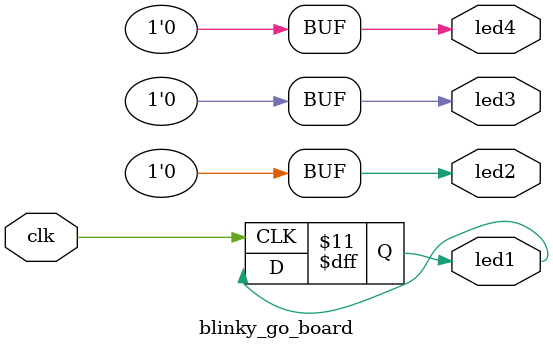
<source format=v>
module blinky_go_board
  #(parameter clk_freq_hz = 0)
   (input      clk,
    output reg led1 = 1'b0,
    // Prevent the other three LEDs from floating
    output     led2 = 1'b0,
    output     led3 = 1'b0,
    output     led4 = 1'b0);

   reg [$clog2(clk_freq_hz)-1:0] count = 0;

   always @(posedge clk) begin
      count <= count + 1;
      if (count == clk_freq_hz-1) begin
         led1 <= !led1;
         count <= 0;
      end
   end

endmodule

</source>
